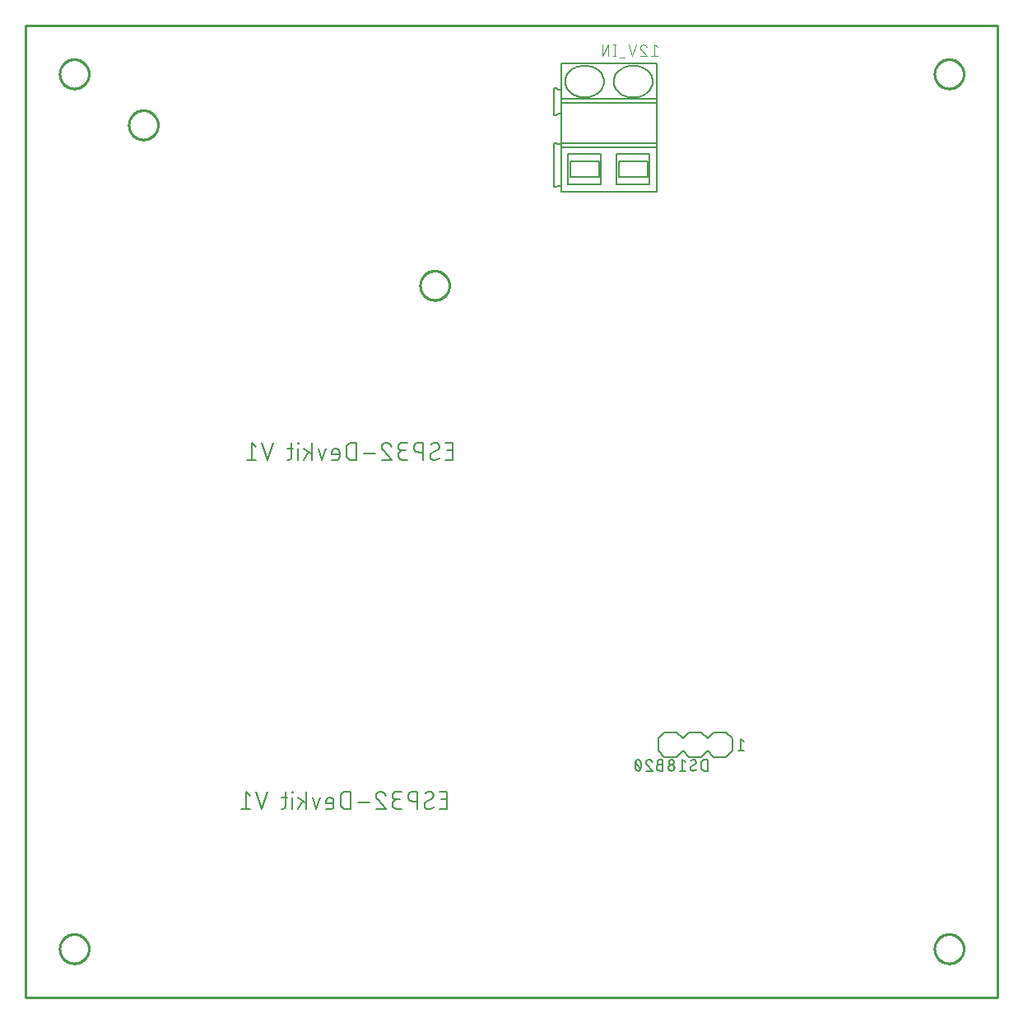
<source format=gbr>
G04 EAGLE Gerber RS-274X export*
G75*
%MOIN*%
%FSLAX34Y34*%
%LPD*%
%INSilkscreen Bottom*%
%IPPOS*%
%AMOC8*
5,1,8,0,0,1.08239X$1,22.5*%
G01*
%ADD10C,0.008000*%
%ADD11C,0.004000*%
%ADD12C,0.006000*%
%ADD13C,0.005000*%
%ADD14C,0.010000*%


D10*
X21693Y34606D02*
X25551Y34606D01*
X25551Y34428D02*
X21693Y34428D01*
X21693Y36217D02*
X25551Y36217D01*
X25551Y36409D02*
X21693Y36409D01*
X22638Y37737D02*
X22693Y37735D01*
X22748Y37731D01*
X22802Y37723D01*
X22802Y37722D02*
X22855Y37712D01*
X22907Y37698D01*
X22958Y37681D01*
X22958Y37682D02*
X23007Y37662D01*
X23054Y37639D01*
X23101Y37614D01*
X23100Y37613D02*
X23143Y37586D01*
X23184Y37556D01*
X23222Y37523D01*
X23223Y37524D02*
X23257Y37490D01*
X23290Y37453D01*
X23319Y37415D01*
X23319Y37414D02*
X23341Y37382D01*
X23360Y37348D01*
X23377Y37312D01*
X23378Y37312D02*
X23392Y37277D01*
X23404Y37241D01*
X23413Y37204D01*
X23413Y37205D02*
X23420Y37167D01*
X23424Y37130D01*
X23425Y37092D01*
X21863Y37204D02*
X21856Y37167D01*
X21852Y37130D01*
X21851Y37092D01*
X21862Y37204D02*
X21872Y37241D01*
X21884Y37277D01*
X21898Y37312D01*
X21897Y37313D02*
X21914Y37348D01*
X21934Y37382D01*
X21955Y37415D01*
X21956Y37414D02*
X21985Y37453D01*
X22018Y37490D01*
X22053Y37524D01*
X22053Y37523D02*
X22092Y37556D01*
X22132Y37586D01*
X22175Y37614D01*
X22175Y37613D02*
X22222Y37639D01*
X22269Y37661D01*
X22318Y37681D01*
X22369Y37698D01*
X22421Y37712D01*
X22474Y37723D01*
X22529Y37731D01*
X22583Y37735D01*
X22638Y37737D01*
X23836Y37226D02*
X23827Y37182D01*
X23821Y37137D01*
X23819Y37092D01*
X23836Y37226D02*
X23850Y37270D01*
X23867Y37313D01*
X23887Y37354D01*
X23886Y37354D02*
X23906Y37389D01*
X23929Y37423D01*
X23954Y37455D01*
X23981Y37485D01*
X23982Y37484D02*
X24015Y37518D01*
X24050Y37548D01*
X24088Y37577D01*
X24127Y37603D01*
X24170Y37628D01*
X24214Y37651D01*
X24259Y37670D01*
X24305Y37687D01*
X24306Y37688D02*
X24354Y37703D01*
X24403Y37715D01*
X24453Y37725D01*
X24504Y37732D01*
X24503Y37731D02*
X24554Y37736D01*
X24606Y37737D01*
X24658Y37736D01*
X24709Y37731D01*
X24709Y37732D02*
X24760Y37725D01*
X24810Y37715D01*
X24859Y37703D01*
X24908Y37688D01*
X24907Y37688D02*
X24953Y37671D01*
X24999Y37651D01*
X25043Y37629D01*
X25085Y37604D01*
X25086Y37604D02*
X25125Y37578D01*
X25163Y37549D01*
X25198Y37518D01*
X25231Y37485D01*
X25231Y37484D02*
X25258Y37454D01*
X25282Y37422D01*
X25305Y37388D01*
X25326Y37354D01*
X25326Y37355D02*
X25347Y37313D01*
X25364Y37271D01*
X25377Y37227D01*
X25377Y37226D02*
X25386Y37182D01*
X25392Y37137D01*
X25394Y37092D01*
X25393Y37054D01*
X25389Y37017D01*
X25382Y36979D01*
X25381Y36980D02*
X25372Y36943D01*
X25360Y36907D01*
X25346Y36872D01*
X25347Y36871D02*
X25329Y36836D01*
X25310Y36802D01*
X25289Y36769D01*
X25288Y36770D02*
X25259Y36731D01*
X25226Y36694D01*
X25191Y36660D01*
X25191Y36661D02*
X25152Y36628D01*
X25112Y36598D01*
X25069Y36570D01*
X25070Y36571D02*
X25023Y36545D01*
X24976Y36523D01*
X24927Y36503D01*
X24926Y36503D02*
X24875Y36486D01*
X24823Y36472D01*
X24770Y36461D01*
X24771Y36461D02*
X24716Y36453D01*
X24662Y36449D01*
X24607Y36447D01*
X23408Y36957D02*
X23417Y37001D01*
X23423Y37046D01*
X23425Y37092D01*
X23408Y36958D02*
X23394Y36914D01*
X23377Y36871D01*
X23357Y36830D01*
X23337Y36795D01*
X23314Y36761D01*
X23289Y36730D01*
X23262Y36700D01*
X23229Y36667D01*
X23194Y36636D01*
X23156Y36607D01*
X23117Y36581D01*
X23074Y36556D01*
X23030Y36533D01*
X22985Y36514D01*
X22939Y36497D01*
X22939Y36496D02*
X22891Y36481D01*
X22842Y36469D01*
X22792Y36459D01*
X22741Y36452D01*
X22741Y36453D02*
X22690Y36448D01*
X22638Y36447D01*
X22586Y36448D01*
X22535Y36453D01*
X22535Y36452D02*
X22484Y36459D01*
X22434Y36469D01*
X22385Y36481D01*
X22336Y36496D01*
X22337Y36496D02*
X22291Y36513D01*
X22245Y36533D01*
X22201Y36556D01*
X22159Y36580D01*
X22120Y36606D01*
X22082Y36635D01*
X22047Y36666D01*
X22013Y36699D01*
X22014Y36699D02*
X21987Y36729D01*
X21963Y36761D01*
X21940Y36795D01*
X21919Y36829D01*
X21918Y36829D02*
X21897Y36871D01*
X21880Y36913D01*
X21867Y36957D01*
X21868Y36958D02*
X21859Y37002D01*
X21853Y37047D01*
X21851Y37092D01*
X24442Y36461D02*
X24496Y36453D01*
X24551Y36449D01*
X24606Y36447D01*
X24442Y36462D02*
X24389Y36472D01*
X24337Y36486D01*
X24286Y36503D01*
X24286Y36502D02*
X24237Y36522D01*
X24190Y36545D01*
X24143Y36570D01*
X24144Y36571D02*
X24101Y36598D01*
X24060Y36628D01*
X24022Y36661D01*
X24021Y36660D02*
X23986Y36694D01*
X23953Y36731D01*
X23924Y36770D01*
X23925Y36770D02*
X23903Y36802D01*
X23884Y36836D01*
X23867Y36872D01*
X23866Y36872D02*
X23852Y36907D01*
X23840Y36943D01*
X23831Y36980D01*
X23824Y37017D01*
X23820Y37054D01*
X23819Y37092D01*
X25551Y32638D02*
X21693Y32638D01*
X21693Y34428D01*
X21693Y34606D01*
X21693Y36217D01*
X21693Y36409D01*
X21693Y37835D01*
X25551Y37835D01*
X25551Y36409D01*
X25551Y36217D01*
X25551Y34606D01*
X25551Y34428D01*
X25551Y32638D01*
X25197Y33228D02*
X24016Y33228D01*
X24016Y33878D01*
X25197Y33878D01*
X25197Y33228D01*
X25276Y32913D02*
X23937Y32913D01*
X23937Y34173D01*
X25276Y34173D01*
X25276Y32913D01*
X21654Y32874D02*
X21575Y32874D01*
X21496Y32815D01*
X21398Y32815D01*
X21398Y34606D01*
X21476Y34606D01*
X21575Y34547D01*
X21654Y34547D01*
X21654Y35807D02*
X21575Y35807D01*
X21496Y35728D01*
X21398Y35728D01*
X21398Y36831D01*
X21496Y36831D01*
X21575Y36772D01*
X21654Y36772D01*
X23228Y33327D02*
X23228Y33228D01*
X22047Y33228D01*
X22047Y33878D01*
X23228Y33878D01*
X23228Y33327D01*
X23307Y32913D02*
X21969Y32913D01*
X21969Y34173D01*
X23307Y34173D01*
X23307Y32913D01*
D11*
X25602Y38482D02*
X25474Y38584D01*
X25474Y38124D01*
X25602Y38124D02*
X25346Y38124D01*
X24896Y38469D02*
X24898Y38489D01*
X24903Y38508D01*
X24911Y38527D01*
X24923Y38543D01*
X24937Y38557D01*
X24954Y38569D01*
X24972Y38577D01*
X24991Y38582D01*
X25011Y38584D01*
X25011Y38585D02*
X25034Y38583D01*
X25057Y38578D01*
X25078Y38569D01*
X25098Y38557D01*
X25116Y38542D01*
X25131Y38524D01*
X25143Y38504D01*
X25152Y38483D01*
X24934Y38379D02*
X24921Y38394D01*
X24910Y38411D01*
X24902Y38430D01*
X24898Y38449D01*
X24896Y38469D01*
X24935Y38380D02*
X25152Y38124D01*
X24896Y38124D01*
X24574Y38124D02*
X24728Y38584D01*
X24421Y38584D02*
X24574Y38124D01*
X24271Y38073D02*
X24067Y38073D01*
X23854Y38124D02*
X23854Y38584D01*
X23905Y38124D02*
X23803Y38124D01*
X23803Y38584D02*
X23905Y38584D01*
X23607Y38584D02*
X23607Y38124D01*
X23351Y38124D02*
X23607Y38584D01*
X23351Y38584D02*
X23351Y38124D01*
D12*
X27876Y10736D02*
X28376Y10736D01*
X27876Y10736D02*
X27626Y10486D01*
X27626Y9986D02*
X27876Y9736D01*
X27626Y10486D02*
X27376Y10736D01*
X26876Y10736D01*
X26626Y10486D01*
X26626Y9986D02*
X26876Y9736D01*
X27376Y9736D01*
X27626Y9986D01*
X28626Y9986D02*
X28626Y10486D01*
X28376Y10736D01*
X28626Y9986D02*
X28376Y9736D01*
X27876Y9736D01*
X26626Y10486D02*
X26376Y10736D01*
X25876Y10736D01*
X25626Y10486D01*
X25626Y9986D02*
X25876Y9736D01*
X26376Y9736D01*
X26626Y9986D01*
X25626Y9986D02*
X25626Y10486D01*
D13*
X28976Y10461D02*
X29101Y10361D01*
X28976Y10461D02*
X28976Y10011D01*
X29101Y10011D02*
X28851Y10011D01*
X27617Y9629D02*
X27617Y9179D01*
X27617Y9629D02*
X27492Y9629D01*
X27472Y9627D01*
X27453Y9623D01*
X27435Y9615D01*
X27419Y9605D01*
X27404Y9592D01*
X27391Y9577D01*
X27381Y9561D01*
X27373Y9543D01*
X27369Y9524D01*
X27367Y9504D01*
X27367Y9304D01*
X27369Y9284D01*
X27373Y9265D01*
X27381Y9247D01*
X27391Y9231D01*
X27404Y9216D01*
X27419Y9203D01*
X27435Y9193D01*
X27453Y9185D01*
X27472Y9181D01*
X27492Y9179D01*
X27617Y9179D01*
X27017Y9179D02*
X27000Y9181D01*
X26983Y9185D01*
X26967Y9192D01*
X26953Y9202D01*
X26940Y9215D01*
X26930Y9229D01*
X26923Y9245D01*
X26919Y9262D01*
X26917Y9279D01*
X27017Y9179D02*
X27045Y9181D01*
X27072Y9186D01*
X27098Y9195D01*
X27123Y9208D01*
X27146Y9223D01*
X27167Y9241D01*
X27154Y9529D02*
X27152Y9546D01*
X27148Y9563D01*
X27141Y9579D01*
X27131Y9593D01*
X27118Y9606D01*
X27104Y9616D01*
X27088Y9623D01*
X27071Y9627D01*
X27054Y9629D01*
X27030Y9627D01*
X27006Y9623D01*
X26983Y9615D01*
X26961Y9605D01*
X26941Y9591D01*
X27105Y9441D02*
X27119Y9451D01*
X27132Y9464D01*
X27142Y9478D01*
X27149Y9494D01*
X27153Y9511D01*
X27155Y9529D01*
X26966Y9367D02*
X26952Y9357D01*
X26939Y9344D01*
X26929Y9330D01*
X26922Y9314D01*
X26918Y9297D01*
X26916Y9279D01*
X26967Y9366D02*
X27104Y9441D01*
X26732Y9529D02*
X26607Y9629D01*
X26607Y9179D01*
X26732Y9179D02*
X26482Y9179D01*
X26282Y9304D02*
X26280Y9325D01*
X26275Y9345D01*
X26267Y9363D01*
X26256Y9381D01*
X26242Y9396D01*
X26225Y9409D01*
X26207Y9418D01*
X26188Y9425D01*
X26167Y9429D01*
X26147Y9429D01*
X26126Y9425D01*
X26107Y9418D01*
X26089Y9409D01*
X26072Y9396D01*
X26058Y9381D01*
X26047Y9363D01*
X26039Y9345D01*
X26034Y9325D01*
X26032Y9304D01*
X26034Y9283D01*
X26039Y9263D01*
X26047Y9245D01*
X26058Y9227D01*
X26072Y9212D01*
X26089Y9199D01*
X26107Y9190D01*
X26126Y9183D01*
X26147Y9179D01*
X26167Y9179D01*
X26188Y9183D01*
X26207Y9190D01*
X26225Y9199D01*
X26242Y9212D01*
X26256Y9227D01*
X26267Y9245D01*
X26275Y9263D01*
X26280Y9283D01*
X26282Y9304D01*
X26257Y9529D02*
X26255Y9547D01*
X26250Y9565D01*
X26242Y9582D01*
X26231Y9596D01*
X26217Y9609D01*
X26202Y9619D01*
X26184Y9625D01*
X26166Y9629D01*
X26148Y9629D01*
X26130Y9625D01*
X26112Y9619D01*
X26097Y9609D01*
X26083Y9596D01*
X26072Y9582D01*
X26064Y9565D01*
X26059Y9547D01*
X26057Y9529D01*
X26059Y9511D01*
X26064Y9493D01*
X26072Y9476D01*
X26083Y9462D01*
X26097Y9449D01*
X26112Y9439D01*
X26130Y9433D01*
X26148Y9429D01*
X26166Y9429D01*
X26184Y9433D01*
X26202Y9439D01*
X26217Y9449D01*
X26231Y9462D01*
X26242Y9476D01*
X26250Y9493D01*
X26255Y9511D01*
X26257Y9529D01*
X25809Y9429D02*
X25684Y9429D01*
X25663Y9427D01*
X25643Y9422D01*
X25625Y9414D01*
X25607Y9403D01*
X25592Y9389D01*
X25579Y9372D01*
X25570Y9354D01*
X25563Y9335D01*
X25559Y9314D01*
X25559Y9294D01*
X25563Y9273D01*
X25570Y9254D01*
X25579Y9236D01*
X25592Y9219D01*
X25607Y9205D01*
X25625Y9194D01*
X25643Y9186D01*
X25663Y9181D01*
X25684Y9179D01*
X25809Y9179D01*
X25809Y9629D01*
X25684Y9629D01*
X25666Y9627D01*
X25648Y9622D01*
X25631Y9614D01*
X25617Y9603D01*
X25604Y9589D01*
X25594Y9574D01*
X25588Y9556D01*
X25584Y9538D01*
X25584Y9520D01*
X25588Y9502D01*
X25594Y9484D01*
X25604Y9469D01*
X25617Y9455D01*
X25631Y9444D01*
X25648Y9436D01*
X25666Y9431D01*
X25684Y9429D01*
X25244Y9629D02*
X25224Y9627D01*
X25205Y9622D01*
X25188Y9614D01*
X25171Y9603D01*
X25157Y9589D01*
X25146Y9573D01*
X25138Y9555D01*
X25133Y9536D01*
X25131Y9516D01*
X25244Y9629D02*
X25267Y9627D01*
X25289Y9622D01*
X25310Y9613D01*
X25329Y9601D01*
X25347Y9586D01*
X25361Y9569D01*
X25373Y9550D01*
X25382Y9529D01*
X25170Y9428D02*
X25157Y9443D01*
X25146Y9459D01*
X25138Y9477D01*
X25134Y9496D01*
X25132Y9516D01*
X25169Y9429D02*
X25382Y9179D01*
X25132Y9179D01*
X24932Y9404D02*
X24930Y9438D01*
X24926Y9471D01*
X24918Y9504D01*
X24908Y9536D01*
X24894Y9567D01*
X24895Y9566D02*
X24888Y9581D01*
X24879Y9595D01*
X24868Y9607D01*
X24854Y9616D01*
X24839Y9623D01*
X24823Y9628D01*
X24807Y9629D01*
X24791Y9628D01*
X24775Y9623D01*
X24760Y9616D01*
X24746Y9607D01*
X24735Y9595D01*
X24726Y9581D01*
X24719Y9566D01*
X24720Y9567D02*
X24706Y9536D01*
X24696Y9504D01*
X24688Y9471D01*
X24684Y9438D01*
X24682Y9404D01*
X24932Y9404D02*
X24930Y9370D01*
X24926Y9337D01*
X24918Y9304D01*
X24908Y9272D01*
X24894Y9241D01*
X24895Y9241D02*
X24888Y9226D01*
X24879Y9212D01*
X24868Y9200D01*
X24854Y9191D01*
X24839Y9184D01*
X24823Y9179D01*
X24807Y9178D01*
X24720Y9241D02*
X24706Y9272D01*
X24696Y9304D01*
X24688Y9337D01*
X24684Y9370D01*
X24682Y9404D01*
X24719Y9241D02*
X24726Y9226D01*
X24735Y9212D01*
X24746Y9200D01*
X24760Y9191D01*
X24775Y9184D01*
X24791Y9179D01*
X24807Y9178D01*
X24907Y9279D02*
X24707Y9529D01*
D12*
X17301Y21766D02*
X16990Y21766D01*
X17301Y21766D02*
X17301Y22466D01*
X16990Y22466D01*
X17067Y22155D02*
X17301Y22155D01*
X16541Y21766D02*
X16519Y21768D01*
X16497Y21772D01*
X16476Y21780D01*
X16457Y21791D01*
X16439Y21804D01*
X16423Y21820D01*
X16410Y21838D01*
X16399Y21857D01*
X16391Y21878D01*
X16387Y21900D01*
X16385Y21922D01*
X16541Y21766D02*
X16573Y21768D01*
X16606Y21772D01*
X16637Y21780D01*
X16668Y21791D01*
X16697Y21805D01*
X16725Y21822D01*
X16751Y21841D01*
X16775Y21863D01*
X16755Y22311D02*
X16753Y22333D01*
X16749Y22355D01*
X16741Y22376D01*
X16730Y22395D01*
X16717Y22413D01*
X16701Y22429D01*
X16683Y22442D01*
X16664Y22453D01*
X16643Y22461D01*
X16621Y22465D01*
X16599Y22467D01*
X16568Y22465D01*
X16537Y22460D01*
X16507Y22452D01*
X16478Y22441D01*
X16450Y22426D01*
X16424Y22409D01*
X16677Y22175D02*
X16696Y22188D01*
X16714Y22204D01*
X16728Y22223D01*
X16740Y22243D01*
X16748Y22265D01*
X16753Y22288D01*
X16755Y22311D01*
X16463Y22058D02*
X16444Y22045D01*
X16426Y22029D01*
X16412Y22010D01*
X16400Y21990D01*
X16392Y21968D01*
X16387Y21945D01*
X16385Y21922D01*
X16463Y22058D02*
X16677Y22175D01*
X16107Y22466D02*
X16107Y21766D01*
X16107Y22466D02*
X15913Y22466D01*
X15885Y22464D01*
X15858Y22458D01*
X15832Y22448D01*
X15808Y22435D01*
X15786Y22419D01*
X15766Y22399D01*
X15750Y22377D01*
X15737Y22353D01*
X15727Y22327D01*
X15721Y22300D01*
X15719Y22272D01*
X15721Y22244D01*
X15727Y22217D01*
X15737Y22191D01*
X15750Y22167D01*
X15766Y22145D01*
X15786Y22125D01*
X15808Y22109D01*
X15832Y22096D01*
X15858Y22086D01*
X15885Y22080D01*
X15913Y22078D01*
X15913Y22077D02*
X16107Y22077D01*
X15477Y21766D02*
X15283Y21766D01*
X15283Y21767D02*
X15255Y21769D01*
X15228Y21775D01*
X15202Y21785D01*
X15178Y21798D01*
X15156Y21814D01*
X15136Y21834D01*
X15120Y21856D01*
X15107Y21880D01*
X15097Y21906D01*
X15091Y21933D01*
X15089Y21961D01*
X15091Y21989D01*
X15097Y22016D01*
X15107Y22042D01*
X15120Y22066D01*
X15136Y22088D01*
X15156Y22108D01*
X15178Y22124D01*
X15202Y22137D01*
X15228Y22147D01*
X15255Y22153D01*
X15283Y22155D01*
X15244Y22466D02*
X15477Y22466D01*
X15244Y22467D02*
X15221Y22465D01*
X15198Y22460D01*
X15176Y22452D01*
X15156Y22440D01*
X15138Y22425D01*
X15122Y22408D01*
X15109Y22389D01*
X15099Y22368D01*
X15092Y22346D01*
X15088Y22323D01*
X15088Y22299D01*
X15092Y22276D01*
X15099Y22254D01*
X15109Y22233D01*
X15122Y22214D01*
X15138Y22197D01*
X15156Y22182D01*
X15176Y22170D01*
X15198Y22162D01*
X15221Y22157D01*
X15244Y22155D01*
X15400Y22155D01*
X14604Y22466D02*
X14579Y22464D01*
X14555Y22459D01*
X14531Y22450D01*
X14509Y22438D01*
X14489Y22423D01*
X14472Y22406D01*
X14457Y22386D01*
X14445Y22364D01*
X14436Y22340D01*
X14431Y22316D01*
X14429Y22291D01*
X14604Y22466D02*
X14632Y22464D01*
X14660Y22459D01*
X14687Y22450D01*
X14712Y22438D01*
X14736Y22423D01*
X14758Y22405D01*
X14777Y22384D01*
X14794Y22361D01*
X14808Y22337D01*
X14818Y22310D01*
X14487Y22155D02*
X14470Y22174D01*
X14456Y22194D01*
X14444Y22217D01*
X14436Y22241D01*
X14431Y22266D01*
X14429Y22291D01*
X14487Y22155D02*
X14818Y21766D01*
X14429Y21766D01*
X14153Y22038D02*
X13687Y22038D01*
X13389Y21766D02*
X13389Y22466D01*
X13195Y22466D01*
X13167Y22464D01*
X13140Y22458D01*
X13114Y22448D01*
X13090Y22435D01*
X13068Y22419D01*
X13048Y22399D01*
X13032Y22377D01*
X13019Y22353D01*
X13009Y22327D01*
X13003Y22300D01*
X13001Y22272D01*
X13000Y22272D02*
X13000Y21961D01*
X13001Y21961D02*
X13003Y21933D01*
X13009Y21906D01*
X13019Y21880D01*
X13032Y21856D01*
X13048Y21834D01*
X13068Y21814D01*
X13090Y21798D01*
X13114Y21785D01*
X13140Y21775D01*
X13167Y21769D01*
X13195Y21767D01*
X13195Y21766D02*
X13389Y21766D01*
X12596Y21766D02*
X12402Y21766D01*
X12596Y21766D02*
X12616Y21768D01*
X12636Y21773D01*
X12655Y21782D01*
X12671Y21793D01*
X12686Y21808D01*
X12697Y21825D01*
X12706Y21843D01*
X12711Y21863D01*
X12713Y21883D01*
X12713Y22077D01*
X12711Y22100D01*
X12706Y22123D01*
X12698Y22145D01*
X12686Y22165D01*
X12671Y22183D01*
X12654Y22199D01*
X12635Y22212D01*
X12614Y22222D01*
X12592Y22229D01*
X12569Y22233D01*
X12545Y22233D01*
X12522Y22229D01*
X12500Y22222D01*
X12479Y22212D01*
X12460Y22199D01*
X12443Y22183D01*
X12428Y22165D01*
X12416Y22145D01*
X12408Y22123D01*
X12403Y22100D01*
X12401Y22077D01*
X12402Y22077D02*
X12402Y22000D01*
X12713Y22000D01*
X12163Y22233D02*
X12008Y21766D01*
X11852Y22233D01*
X11585Y22466D02*
X11585Y21766D01*
X11585Y22000D02*
X11274Y22233D01*
X11449Y22097D02*
X11274Y21766D01*
X11040Y21766D02*
X11040Y22233D01*
X11060Y22427D02*
X11060Y22466D01*
X11021Y22466D01*
X11021Y22427D01*
X11060Y22427D01*
X10832Y22233D02*
X10598Y22233D01*
X10754Y22466D02*
X10754Y21883D01*
X10752Y21863D01*
X10747Y21843D01*
X10738Y21825D01*
X10727Y21808D01*
X10712Y21793D01*
X10696Y21782D01*
X10677Y21773D01*
X10657Y21768D01*
X10637Y21766D01*
X10598Y21766D01*
X9809Y21766D02*
X10043Y22466D01*
X9576Y22466D02*
X9809Y21766D01*
X9344Y22311D02*
X9150Y22466D01*
X9150Y21766D01*
X9344Y21766D02*
X8955Y21766D01*
X16753Y7632D02*
X17064Y7632D01*
X17064Y8332D01*
X16753Y8332D01*
X16831Y8021D02*
X17064Y8021D01*
X16305Y7632D02*
X16283Y7634D01*
X16261Y7638D01*
X16240Y7646D01*
X16221Y7657D01*
X16203Y7670D01*
X16187Y7686D01*
X16174Y7704D01*
X16163Y7723D01*
X16155Y7744D01*
X16151Y7766D01*
X16149Y7788D01*
X16305Y7632D02*
X16337Y7634D01*
X16370Y7638D01*
X16401Y7646D01*
X16432Y7657D01*
X16461Y7671D01*
X16489Y7688D01*
X16515Y7707D01*
X16539Y7729D01*
X16519Y8177D02*
X16517Y8199D01*
X16513Y8221D01*
X16505Y8242D01*
X16494Y8261D01*
X16481Y8279D01*
X16465Y8295D01*
X16447Y8308D01*
X16428Y8319D01*
X16407Y8327D01*
X16385Y8331D01*
X16363Y8333D01*
X16332Y8331D01*
X16301Y8326D01*
X16271Y8318D01*
X16242Y8307D01*
X16214Y8292D01*
X16188Y8275D01*
X16441Y8041D02*
X16460Y8054D01*
X16478Y8070D01*
X16492Y8089D01*
X16504Y8109D01*
X16512Y8131D01*
X16517Y8154D01*
X16519Y8177D01*
X16227Y7924D02*
X16208Y7911D01*
X16190Y7895D01*
X16176Y7876D01*
X16164Y7856D01*
X16156Y7834D01*
X16151Y7811D01*
X16149Y7788D01*
X16227Y7924D02*
X16441Y8041D01*
X15871Y8332D02*
X15871Y7632D01*
X15871Y8332D02*
X15676Y8332D01*
X15648Y8330D01*
X15621Y8324D01*
X15595Y8314D01*
X15571Y8301D01*
X15549Y8285D01*
X15529Y8265D01*
X15513Y8243D01*
X15500Y8219D01*
X15490Y8193D01*
X15484Y8166D01*
X15482Y8138D01*
X15484Y8110D01*
X15490Y8083D01*
X15500Y8057D01*
X15513Y8033D01*
X15529Y8011D01*
X15549Y7991D01*
X15571Y7975D01*
X15595Y7962D01*
X15621Y7952D01*
X15648Y7946D01*
X15676Y7944D01*
X15676Y7943D02*
X15871Y7943D01*
X15241Y7632D02*
X15047Y7632D01*
X15047Y7633D02*
X15019Y7635D01*
X14992Y7641D01*
X14966Y7651D01*
X14942Y7664D01*
X14920Y7680D01*
X14900Y7700D01*
X14884Y7722D01*
X14871Y7746D01*
X14861Y7772D01*
X14855Y7799D01*
X14853Y7827D01*
X14855Y7855D01*
X14861Y7882D01*
X14871Y7908D01*
X14884Y7932D01*
X14900Y7954D01*
X14920Y7974D01*
X14942Y7990D01*
X14966Y8003D01*
X14992Y8013D01*
X15019Y8019D01*
X15047Y8021D01*
X15008Y8332D02*
X15241Y8332D01*
X15008Y8333D02*
X14985Y8331D01*
X14962Y8326D01*
X14940Y8318D01*
X14920Y8306D01*
X14902Y8291D01*
X14886Y8274D01*
X14873Y8255D01*
X14863Y8234D01*
X14856Y8212D01*
X14852Y8189D01*
X14852Y8165D01*
X14856Y8142D01*
X14863Y8120D01*
X14873Y8099D01*
X14886Y8080D01*
X14902Y8063D01*
X14920Y8048D01*
X14940Y8036D01*
X14962Y8028D01*
X14985Y8023D01*
X15008Y8021D01*
X15163Y8021D01*
X14368Y8332D02*
X14343Y8330D01*
X14319Y8325D01*
X14295Y8316D01*
X14273Y8304D01*
X14253Y8289D01*
X14236Y8272D01*
X14221Y8252D01*
X14209Y8230D01*
X14200Y8206D01*
X14195Y8182D01*
X14193Y8157D01*
X14368Y8333D02*
X14396Y8331D01*
X14424Y8326D01*
X14451Y8317D01*
X14476Y8305D01*
X14500Y8290D01*
X14522Y8272D01*
X14541Y8251D01*
X14558Y8228D01*
X14572Y8204D01*
X14582Y8177D01*
X14251Y8021D02*
X14234Y8040D01*
X14220Y8060D01*
X14208Y8083D01*
X14200Y8107D01*
X14195Y8132D01*
X14193Y8157D01*
X14251Y8021D02*
X14582Y7632D01*
X14193Y7632D01*
X13917Y7905D02*
X13450Y7905D01*
X13153Y7632D02*
X13153Y8332D01*
X12958Y8332D01*
X12930Y8330D01*
X12903Y8324D01*
X12877Y8314D01*
X12853Y8301D01*
X12831Y8285D01*
X12811Y8265D01*
X12795Y8243D01*
X12782Y8219D01*
X12772Y8193D01*
X12766Y8166D01*
X12764Y8138D01*
X12764Y7827D01*
X12766Y7799D01*
X12772Y7772D01*
X12782Y7746D01*
X12795Y7722D01*
X12811Y7700D01*
X12831Y7680D01*
X12853Y7664D01*
X12877Y7651D01*
X12903Y7641D01*
X12930Y7635D01*
X12958Y7633D01*
X12958Y7632D02*
X13153Y7632D01*
X12360Y7632D02*
X12165Y7632D01*
X12360Y7632D02*
X12380Y7634D01*
X12400Y7639D01*
X12419Y7648D01*
X12435Y7659D01*
X12450Y7674D01*
X12461Y7691D01*
X12470Y7709D01*
X12475Y7729D01*
X12477Y7749D01*
X12476Y7749D02*
X12476Y7943D01*
X12477Y7943D02*
X12475Y7966D01*
X12470Y7989D01*
X12462Y8011D01*
X12450Y8031D01*
X12435Y8049D01*
X12418Y8065D01*
X12399Y8078D01*
X12378Y8088D01*
X12356Y8095D01*
X12333Y8099D01*
X12309Y8099D01*
X12286Y8095D01*
X12264Y8088D01*
X12243Y8078D01*
X12224Y8065D01*
X12207Y8049D01*
X12192Y8031D01*
X12180Y8011D01*
X12172Y7989D01*
X12167Y7966D01*
X12165Y7943D01*
X12165Y7866D01*
X12476Y7866D01*
X11927Y8099D02*
X11771Y7632D01*
X11616Y8099D01*
X11349Y8332D02*
X11349Y7632D01*
X11349Y7866D02*
X11038Y8099D01*
X11213Y7963D02*
X11038Y7632D01*
X10804Y7632D02*
X10804Y8099D01*
X10824Y8293D02*
X10824Y8332D01*
X10785Y8332D01*
X10785Y8293D01*
X10824Y8293D01*
X10595Y8099D02*
X10362Y8099D01*
X10518Y8332D02*
X10518Y7749D01*
X10516Y7729D01*
X10511Y7709D01*
X10502Y7691D01*
X10491Y7674D01*
X10476Y7659D01*
X10460Y7648D01*
X10441Y7639D01*
X10421Y7634D01*
X10401Y7632D01*
X10362Y7632D01*
X9573Y7632D02*
X9806Y8332D01*
X9340Y8332D02*
X9573Y7632D01*
X9108Y8177D02*
X8914Y8332D01*
X8914Y7632D01*
X9108Y7632D02*
X8719Y7632D01*
D14*
X0Y0D02*
X39370Y0D01*
X39370Y39370D01*
X0Y39370D01*
X0Y0D01*
X37992Y37380D02*
X37989Y37338D01*
X37983Y37297D01*
X37974Y37255D01*
X37962Y37215D01*
X37948Y37175D01*
X37930Y37137D01*
X37910Y37100D01*
X37887Y37065D01*
X37862Y37031D01*
X37834Y36999D01*
X37804Y36969D01*
X37772Y36941D01*
X37739Y36916D01*
X37703Y36893D01*
X37666Y36873D01*
X37628Y36856D01*
X37588Y36841D01*
X37548Y36829D01*
X37506Y36820D01*
X37465Y36814D01*
X37423Y36811D01*
X37380Y36811D01*
X37338Y36814D01*
X37297Y36820D01*
X37255Y36829D01*
X37215Y36841D01*
X37175Y36856D01*
X37137Y36873D01*
X37100Y36893D01*
X37065Y36916D01*
X37031Y36941D01*
X36999Y36969D01*
X36969Y36999D01*
X36941Y37031D01*
X36916Y37065D01*
X36893Y37100D01*
X36873Y37137D01*
X36856Y37175D01*
X36841Y37215D01*
X36829Y37255D01*
X36820Y37297D01*
X36814Y37338D01*
X36811Y37380D01*
X36811Y37423D01*
X36814Y37465D01*
X36820Y37506D01*
X36829Y37548D01*
X36841Y37588D01*
X36856Y37628D01*
X36873Y37666D01*
X36893Y37703D01*
X36916Y37739D01*
X36941Y37772D01*
X36969Y37804D01*
X36999Y37834D01*
X37031Y37862D01*
X37065Y37887D01*
X37100Y37910D01*
X37137Y37930D01*
X37175Y37948D01*
X37215Y37962D01*
X37255Y37974D01*
X37297Y37983D01*
X37338Y37989D01*
X37380Y37992D01*
X37423Y37992D01*
X37465Y37989D01*
X37506Y37983D01*
X37548Y37974D01*
X37588Y37962D01*
X37628Y37948D01*
X37666Y37930D01*
X37703Y37910D01*
X37739Y37887D01*
X37772Y37862D01*
X37804Y37834D01*
X37834Y37804D01*
X37862Y37772D01*
X37887Y37739D01*
X37910Y37703D01*
X37930Y37666D01*
X37948Y37628D01*
X37962Y37588D01*
X37974Y37548D01*
X37983Y37506D01*
X37989Y37465D01*
X37992Y37423D01*
X37992Y37380D01*
X37992Y1947D02*
X37989Y1905D01*
X37983Y1864D01*
X37974Y1822D01*
X37962Y1782D01*
X37948Y1742D01*
X37930Y1704D01*
X37910Y1667D01*
X37887Y1631D01*
X37862Y1598D01*
X37834Y1566D01*
X37804Y1536D01*
X37772Y1508D01*
X37739Y1483D01*
X37703Y1460D01*
X37666Y1440D01*
X37628Y1423D01*
X37588Y1408D01*
X37548Y1396D01*
X37506Y1387D01*
X37465Y1381D01*
X37423Y1378D01*
X37380Y1378D01*
X37338Y1381D01*
X37297Y1387D01*
X37255Y1396D01*
X37215Y1408D01*
X37175Y1423D01*
X37137Y1440D01*
X37100Y1460D01*
X37065Y1483D01*
X37031Y1508D01*
X36999Y1536D01*
X36969Y1566D01*
X36941Y1598D01*
X36916Y1631D01*
X36893Y1667D01*
X36873Y1704D01*
X36856Y1742D01*
X36841Y1782D01*
X36829Y1822D01*
X36820Y1864D01*
X36814Y1905D01*
X36811Y1947D01*
X36811Y1990D01*
X36814Y2032D01*
X36820Y2073D01*
X36829Y2115D01*
X36841Y2155D01*
X36856Y2195D01*
X36873Y2233D01*
X36893Y2270D01*
X36916Y2306D01*
X36941Y2339D01*
X36969Y2371D01*
X36999Y2401D01*
X37031Y2429D01*
X37065Y2454D01*
X37100Y2477D01*
X37137Y2497D01*
X37175Y2514D01*
X37215Y2529D01*
X37255Y2541D01*
X37297Y2550D01*
X37338Y2556D01*
X37380Y2559D01*
X37423Y2559D01*
X37465Y2556D01*
X37506Y2550D01*
X37548Y2541D01*
X37588Y2529D01*
X37628Y2514D01*
X37666Y2497D01*
X37703Y2477D01*
X37739Y2454D01*
X37772Y2429D01*
X37804Y2401D01*
X37834Y2371D01*
X37862Y2339D01*
X37887Y2306D01*
X37910Y2270D01*
X37930Y2233D01*
X37948Y2195D01*
X37962Y2155D01*
X37974Y2115D01*
X37983Y2073D01*
X37989Y2032D01*
X37992Y1990D01*
X37992Y1947D01*
X2559Y37380D02*
X2556Y37338D01*
X2550Y37297D01*
X2541Y37255D01*
X2529Y37215D01*
X2514Y37175D01*
X2497Y37137D01*
X2477Y37100D01*
X2454Y37065D01*
X2429Y37031D01*
X2401Y36999D01*
X2371Y36969D01*
X2339Y36941D01*
X2306Y36916D01*
X2270Y36893D01*
X2233Y36873D01*
X2195Y36856D01*
X2155Y36841D01*
X2115Y36829D01*
X2073Y36820D01*
X2032Y36814D01*
X1990Y36811D01*
X1947Y36811D01*
X1905Y36814D01*
X1864Y36820D01*
X1822Y36829D01*
X1782Y36841D01*
X1742Y36856D01*
X1704Y36873D01*
X1667Y36893D01*
X1631Y36916D01*
X1598Y36941D01*
X1566Y36969D01*
X1536Y36999D01*
X1508Y37031D01*
X1483Y37065D01*
X1460Y37100D01*
X1440Y37137D01*
X1423Y37175D01*
X1408Y37215D01*
X1396Y37255D01*
X1387Y37297D01*
X1381Y37338D01*
X1378Y37380D01*
X1378Y37423D01*
X1381Y37465D01*
X1387Y37506D01*
X1396Y37548D01*
X1408Y37588D01*
X1423Y37628D01*
X1440Y37666D01*
X1460Y37703D01*
X1483Y37739D01*
X1508Y37772D01*
X1536Y37804D01*
X1566Y37834D01*
X1598Y37862D01*
X1631Y37887D01*
X1667Y37910D01*
X1704Y37930D01*
X1742Y37948D01*
X1782Y37962D01*
X1822Y37974D01*
X1864Y37983D01*
X1905Y37989D01*
X1947Y37992D01*
X1990Y37992D01*
X2032Y37989D01*
X2073Y37983D01*
X2115Y37974D01*
X2155Y37962D01*
X2195Y37948D01*
X2233Y37930D01*
X2270Y37910D01*
X2306Y37887D01*
X2339Y37862D01*
X2371Y37834D01*
X2401Y37804D01*
X2429Y37772D01*
X2454Y37739D01*
X2477Y37703D01*
X2497Y37666D01*
X2514Y37628D01*
X2529Y37588D01*
X2541Y37548D01*
X2550Y37506D01*
X2556Y37465D01*
X2559Y37423D01*
X2559Y37380D01*
X2559Y1947D02*
X2556Y1905D01*
X2550Y1864D01*
X2541Y1822D01*
X2529Y1782D01*
X2514Y1742D01*
X2497Y1704D01*
X2477Y1667D01*
X2454Y1631D01*
X2429Y1598D01*
X2401Y1566D01*
X2371Y1536D01*
X2339Y1508D01*
X2306Y1483D01*
X2270Y1460D01*
X2233Y1440D01*
X2195Y1423D01*
X2155Y1408D01*
X2115Y1396D01*
X2073Y1387D01*
X2032Y1381D01*
X1990Y1378D01*
X1947Y1378D01*
X1905Y1381D01*
X1864Y1387D01*
X1822Y1396D01*
X1782Y1408D01*
X1742Y1423D01*
X1704Y1440D01*
X1667Y1460D01*
X1631Y1483D01*
X1598Y1508D01*
X1566Y1536D01*
X1536Y1566D01*
X1508Y1598D01*
X1483Y1631D01*
X1460Y1667D01*
X1440Y1704D01*
X1423Y1742D01*
X1408Y1782D01*
X1396Y1822D01*
X1387Y1864D01*
X1381Y1905D01*
X1378Y1947D01*
X1378Y1990D01*
X1381Y2032D01*
X1387Y2073D01*
X1396Y2115D01*
X1408Y2155D01*
X1423Y2195D01*
X1440Y2233D01*
X1460Y2270D01*
X1483Y2306D01*
X1508Y2339D01*
X1536Y2371D01*
X1566Y2401D01*
X1598Y2429D01*
X1631Y2454D01*
X1667Y2477D01*
X1704Y2497D01*
X1742Y2514D01*
X1782Y2529D01*
X1822Y2541D01*
X1864Y2550D01*
X1905Y2556D01*
X1947Y2559D01*
X1990Y2559D01*
X2032Y2556D01*
X2073Y2550D01*
X2115Y2541D01*
X2155Y2529D01*
X2195Y2514D01*
X2233Y2497D01*
X2270Y2477D01*
X2306Y2454D01*
X2339Y2429D01*
X2371Y2401D01*
X2401Y2371D01*
X2429Y2339D01*
X2454Y2306D01*
X2477Y2270D01*
X2497Y2233D01*
X2514Y2195D01*
X2529Y2155D01*
X2541Y2115D01*
X2550Y2073D01*
X2556Y2032D01*
X2559Y1990D01*
X2559Y1947D01*
X5360Y35316D02*
X5357Y35273D01*
X5351Y35232D01*
X5342Y35190D01*
X5330Y35150D01*
X5315Y35110D01*
X5298Y35072D01*
X5277Y35035D01*
X5255Y35000D01*
X5229Y34966D01*
X5202Y34934D01*
X5172Y34904D01*
X5140Y34876D01*
X5106Y34851D01*
X5071Y34828D01*
X5034Y34808D01*
X4995Y34791D01*
X4956Y34776D01*
X4915Y34764D01*
X4874Y34755D01*
X4832Y34749D01*
X4790Y34746D01*
X4748Y34746D01*
X4706Y34749D01*
X4664Y34755D01*
X4623Y34764D01*
X4583Y34776D01*
X4543Y34791D01*
X4505Y34808D01*
X4468Y34828D01*
X4432Y34851D01*
X4399Y34876D01*
X4367Y34904D01*
X4337Y34934D01*
X4309Y34966D01*
X4284Y35000D01*
X4261Y35035D01*
X4241Y35072D01*
X4223Y35110D01*
X4209Y35150D01*
X4197Y35190D01*
X4188Y35232D01*
X4182Y35273D01*
X4179Y35316D01*
X4179Y35358D01*
X4182Y35400D01*
X4188Y35442D01*
X4197Y35483D01*
X4209Y35523D01*
X4223Y35563D01*
X4241Y35601D01*
X4261Y35638D01*
X4284Y35674D01*
X4309Y35707D01*
X4337Y35739D01*
X4367Y35769D01*
X4399Y35797D01*
X4432Y35822D01*
X4468Y35845D01*
X4505Y35865D01*
X4543Y35883D01*
X4583Y35897D01*
X4623Y35909D01*
X4664Y35918D01*
X4706Y35924D01*
X4748Y35927D01*
X4790Y35927D01*
X4832Y35924D01*
X4874Y35918D01*
X4915Y35909D01*
X4956Y35897D01*
X4995Y35883D01*
X5034Y35865D01*
X5071Y35845D01*
X5106Y35822D01*
X5140Y35797D01*
X5172Y35769D01*
X5202Y35739D01*
X5229Y35707D01*
X5255Y35674D01*
X5277Y35638D01*
X5298Y35601D01*
X5315Y35563D01*
X5330Y35523D01*
X5342Y35483D01*
X5351Y35442D01*
X5357Y35400D01*
X5360Y35358D01*
X5360Y35316D01*
X17160Y28816D02*
X17157Y28773D01*
X17151Y28732D01*
X17142Y28690D01*
X17130Y28650D01*
X17115Y28610D01*
X17098Y28572D01*
X17077Y28535D01*
X17055Y28500D01*
X17029Y28466D01*
X17002Y28434D01*
X16972Y28404D01*
X16940Y28376D01*
X16906Y28351D01*
X16871Y28328D01*
X16834Y28308D01*
X16795Y28291D01*
X16756Y28276D01*
X16715Y28264D01*
X16674Y28255D01*
X16632Y28249D01*
X16590Y28246D01*
X16548Y28246D01*
X16506Y28249D01*
X16464Y28255D01*
X16423Y28264D01*
X16383Y28276D01*
X16343Y28291D01*
X16305Y28308D01*
X16268Y28328D01*
X16232Y28351D01*
X16199Y28376D01*
X16167Y28404D01*
X16137Y28434D01*
X16109Y28466D01*
X16084Y28500D01*
X16061Y28535D01*
X16041Y28572D01*
X16023Y28610D01*
X16009Y28650D01*
X15997Y28690D01*
X15988Y28732D01*
X15982Y28773D01*
X15979Y28816D01*
X15979Y28858D01*
X15982Y28900D01*
X15988Y28942D01*
X15997Y28983D01*
X16009Y29023D01*
X16023Y29063D01*
X16041Y29101D01*
X16061Y29138D01*
X16084Y29174D01*
X16109Y29207D01*
X16137Y29239D01*
X16167Y29269D01*
X16199Y29297D01*
X16232Y29322D01*
X16268Y29345D01*
X16305Y29365D01*
X16343Y29383D01*
X16383Y29397D01*
X16423Y29409D01*
X16464Y29418D01*
X16506Y29424D01*
X16548Y29427D01*
X16590Y29427D01*
X16632Y29424D01*
X16674Y29418D01*
X16715Y29409D01*
X16756Y29397D01*
X16795Y29383D01*
X16834Y29365D01*
X16871Y29345D01*
X16906Y29322D01*
X16940Y29297D01*
X16972Y29269D01*
X17002Y29239D01*
X17029Y29207D01*
X17055Y29174D01*
X17077Y29138D01*
X17098Y29101D01*
X17115Y29063D01*
X17130Y29023D01*
X17142Y28983D01*
X17151Y28942D01*
X17157Y28900D01*
X17160Y28858D01*
X17160Y28816D01*
M02*

</source>
